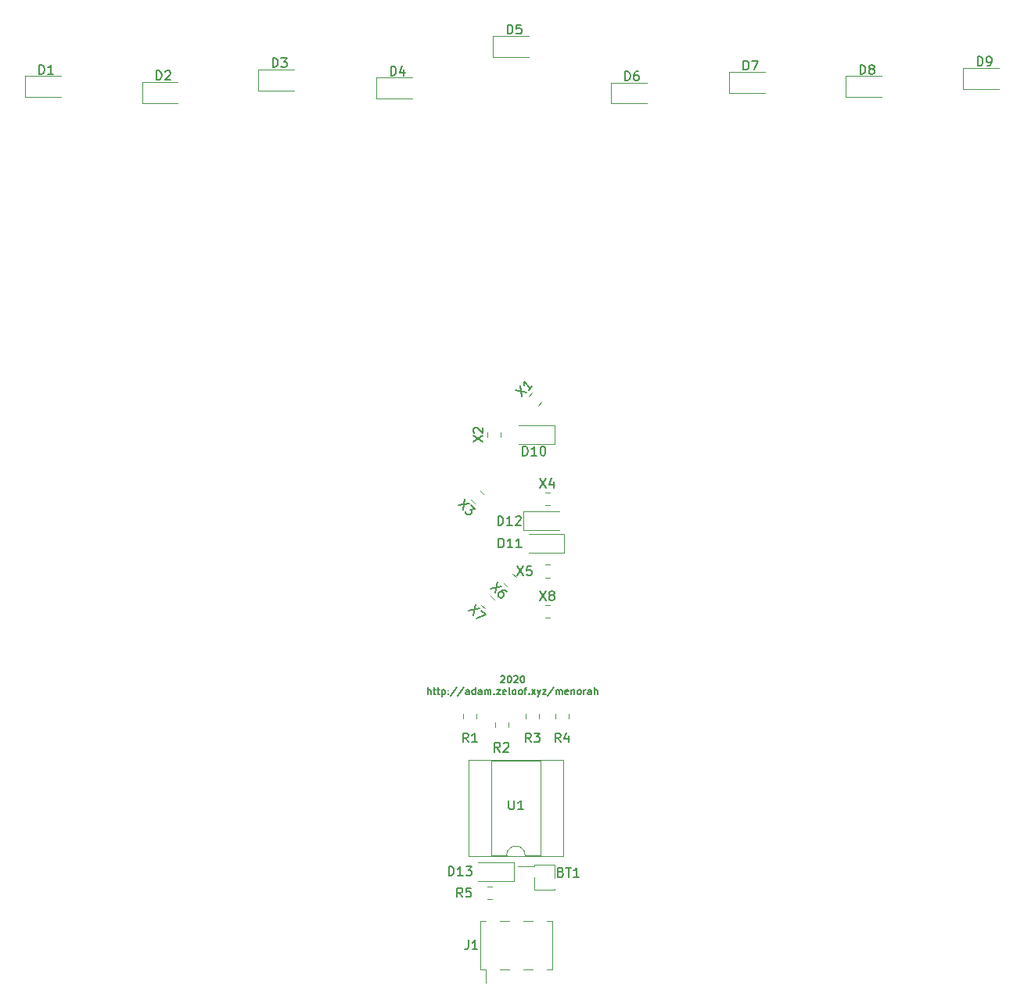
<source format=gto>
G04 #@! TF.GenerationSoftware,KiCad,Pcbnew,(5.1.4)-1*
G04 #@! TF.CreationDate,2020-11-24T15:39:13-05:00*
G04 #@! TF.ProjectId,Menorah,4d656e6f-7261-4682-9e6b-696361645f70,rev?*
G04 #@! TF.SameCoordinates,Original*
G04 #@! TF.FileFunction,Legend,Top*
G04 #@! TF.FilePolarity,Positive*
%FSLAX46Y46*%
G04 Gerber Fmt 4.6, Leading zero omitted, Abs format (unit mm)*
G04 Created by KiCad (PCBNEW (5.1.4)-1) date 2020-11-24 15:39:13*
%MOMM*%
%LPD*%
G04 APERTURE LIST*
%ADD10C,0.150000*%
%ADD11C,0.120000*%
G04 APERTURE END LIST*
D10*
X140446285Y-96432214D02*
X140482000Y-96396500D01*
X140553428Y-96360785D01*
X140732000Y-96360785D01*
X140803428Y-96396500D01*
X140839142Y-96432214D01*
X140874857Y-96503642D01*
X140874857Y-96575071D01*
X140839142Y-96682214D01*
X140410571Y-97110785D01*
X140874857Y-97110785D01*
X141339142Y-96360785D02*
X141410571Y-96360785D01*
X141482000Y-96396500D01*
X141517714Y-96432214D01*
X141553428Y-96503642D01*
X141589142Y-96646500D01*
X141589142Y-96825071D01*
X141553428Y-96967928D01*
X141517714Y-97039357D01*
X141482000Y-97075071D01*
X141410571Y-97110785D01*
X141339142Y-97110785D01*
X141267714Y-97075071D01*
X141232000Y-97039357D01*
X141196285Y-96967928D01*
X141160571Y-96825071D01*
X141160571Y-96646500D01*
X141196285Y-96503642D01*
X141232000Y-96432214D01*
X141267714Y-96396500D01*
X141339142Y-96360785D01*
X141874857Y-96432214D02*
X141910571Y-96396500D01*
X141982000Y-96360785D01*
X142160571Y-96360785D01*
X142232000Y-96396500D01*
X142267714Y-96432214D01*
X142303428Y-96503642D01*
X142303428Y-96575071D01*
X142267714Y-96682214D01*
X141839142Y-97110785D01*
X142303428Y-97110785D01*
X142767714Y-96360785D02*
X142839142Y-96360785D01*
X142910571Y-96396500D01*
X142946285Y-96432214D01*
X142982000Y-96503642D01*
X143017714Y-96646500D01*
X143017714Y-96825071D01*
X142982000Y-96967928D01*
X142946285Y-97039357D01*
X142910571Y-97075071D01*
X142839142Y-97110785D01*
X142767714Y-97110785D01*
X142696285Y-97075071D01*
X142660571Y-97039357D01*
X142624857Y-96967928D01*
X142589142Y-96825071D01*
X142589142Y-96646500D01*
X142624857Y-96503642D01*
X142660571Y-96432214D01*
X142696285Y-96396500D01*
X142767714Y-96360785D01*
X132553428Y-98385785D02*
X132553428Y-97635785D01*
X132874857Y-98385785D02*
X132874857Y-97992928D01*
X132839142Y-97921500D01*
X132767714Y-97885785D01*
X132660571Y-97885785D01*
X132589142Y-97921500D01*
X132553428Y-97957214D01*
X133124857Y-97885785D02*
X133410571Y-97885785D01*
X133231999Y-97635785D02*
X133231999Y-98278642D01*
X133267714Y-98350071D01*
X133339142Y-98385785D01*
X133410571Y-98385785D01*
X133553428Y-97885785D02*
X133839142Y-97885785D01*
X133660571Y-97635785D02*
X133660571Y-98278642D01*
X133696285Y-98350071D01*
X133767714Y-98385785D01*
X133839142Y-98385785D01*
X134089142Y-97885785D02*
X134089142Y-98635785D01*
X134089142Y-97921500D02*
X134160571Y-97885785D01*
X134303428Y-97885785D01*
X134374857Y-97921500D01*
X134410571Y-97957214D01*
X134446285Y-98028642D01*
X134446285Y-98242928D01*
X134410571Y-98314357D01*
X134374857Y-98350071D01*
X134303428Y-98385785D01*
X134160571Y-98385785D01*
X134089142Y-98350071D01*
X134767714Y-98314357D02*
X134803428Y-98350071D01*
X134767714Y-98385785D01*
X134732000Y-98350071D01*
X134767714Y-98314357D01*
X134767714Y-98385785D01*
X134767714Y-97921500D02*
X134803428Y-97957214D01*
X134767714Y-97992928D01*
X134732000Y-97957214D01*
X134767714Y-97921500D01*
X134767714Y-97992928D01*
X135660571Y-97600071D02*
X135017714Y-98564357D01*
X136446285Y-97600071D02*
X135803428Y-98564357D01*
X137017714Y-98385785D02*
X137017714Y-97992928D01*
X136982000Y-97921500D01*
X136910571Y-97885785D01*
X136767714Y-97885785D01*
X136696285Y-97921500D01*
X137017714Y-98350071D02*
X136946285Y-98385785D01*
X136767714Y-98385785D01*
X136696285Y-98350071D01*
X136660571Y-98278642D01*
X136660571Y-98207214D01*
X136696285Y-98135785D01*
X136767714Y-98100071D01*
X136946285Y-98100071D01*
X137017714Y-98064357D01*
X137696285Y-98385785D02*
X137696285Y-97635785D01*
X137696285Y-98350071D02*
X137624857Y-98385785D01*
X137482000Y-98385785D01*
X137410571Y-98350071D01*
X137374857Y-98314357D01*
X137339142Y-98242928D01*
X137339142Y-98028642D01*
X137374857Y-97957214D01*
X137410571Y-97921500D01*
X137482000Y-97885785D01*
X137624857Y-97885785D01*
X137696285Y-97921500D01*
X138374857Y-98385785D02*
X138374857Y-97992928D01*
X138339142Y-97921500D01*
X138267714Y-97885785D01*
X138124857Y-97885785D01*
X138053428Y-97921500D01*
X138374857Y-98350071D02*
X138303428Y-98385785D01*
X138124857Y-98385785D01*
X138053428Y-98350071D01*
X138017714Y-98278642D01*
X138017714Y-98207214D01*
X138053428Y-98135785D01*
X138124857Y-98100071D01*
X138303428Y-98100071D01*
X138374857Y-98064357D01*
X138732000Y-98385785D02*
X138732000Y-97885785D01*
X138732000Y-97957214D02*
X138767714Y-97921500D01*
X138839142Y-97885785D01*
X138946285Y-97885785D01*
X139017714Y-97921500D01*
X139053428Y-97992928D01*
X139053428Y-98385785D01*
X139053428Y-97992928D02*
X139089142Y-97921500D01*
X139160571Y-97885785D01*
X139267714Y-97885785D01*
X139339142Y-97921500D01*
X139374857Y-97992928D01*
X139374857Y-98385785D01*
X139732000Y-98314357D02*
X139767714Y-98350071D01*
X139732000Y-98385785D01*
X139696285Y-98350071D01*
X139732000Y-98314357D01*
X139732000Y-98385785D01*
X140017714Y-97885785D02*
X140410571Y-97885785D01*
X140017714Y-98385785D01*
X140410571Y-98385785D01*
X140982000Y-98350071D02*
X140910571Y-98385785D01*
X140767714Y-98385785D01*
X140696285Y-98350071D01*
X140660571Y-98278642D01*
X140660571Y-97992928D01*
X140696285Y-97921500D01*
X140767714Y-97885785D01*
X140910571Y-97885785D01*
X140982000Y-97921500D01*
X141017714Y-97992928D01*
X141017714Y-98064357D01*
X140660571Y-98135785D01*
X141446285Y-98385785D02*
X141374857Y-98350071D01*
X141339142Y-98278642D01*
X141339142Y-97635785D01*
X141839142Y-98385785D02*
X141767714Y-98350071D01*
X141732000Y-98314357D01*
X141696285Y-98242928D01*
X141696285Y-98028642D01*
X141732000Y-97957214D01*
X141767714Y-97921500D01*
X141839142Y-97885785D01*
X141946285Y-97885785D01*
X142017714Y-97921500D01*
X142053428Y-97957214D01*
X142089142Y-98028642D01*
X142089142Y-98242928D01*
X142053428Y-98314357D01*
X142017714Y-98350071D01*
X141946285Y-98385785D01*
X141839142Y-98385785D01*
X142517714Y-98385785D02*
X142446285Y-98350071D01*
X142410571Y-98314357D01*
X142374857Y-98242928D01*
X142374857Y-98028642D01*
X142410571Y-97957214D01*
X142446285Y-97921500D01*
X142517714Y-97885785D01*
X142624857Y-97885785D01*
X142696285Y-97921500D01*
X142732000Y-97957214D01*
X142767714Y-98028642D01*
X142767714Y-98242928D01*
X142732000Y-98314357D01*
X142696285Y-98350071D01*
X142624857Y-98385785D01*
X142517714Y-98385785D01*
X142982000Y-97885785D02*
X143267714Y-97885785D01*
X143089142Y-98385785D02*
X143089142Y-97742928D01*
X143124857Y-97671500D01*
X143196285Y-97635785D01*
X143267714Y-97635785D01*
X143517714Y-98314357D02*
X143553428Y-98350071D01*
X143517714Y-98385785D01*
X143482000Y-98350071D01*
X143517714Y-98314357D01*
X143517714Y-98385785D01*
X143803428Y-98385785D02*
X144196285Y-97885785D01*
X143803428Y-97885785D02*
X144196285Y-98385785D01*
X144410571Y-97885785D02*
X144589142Y-98385785D01*
X144767714Y-97885785D02*
X144589142Y-98385785D01*
X144517714Y-98564357D01*
X144482000Y-98600071D01*
X144410571Y-98635785D01*
X144982000Y-97885785D02*
X145374857Y-97885785D01*
X144982000Y-98385785D01*
X145374857Y-98385785D01*
X146196285Y-97600071D02*
X145553428Y-98564357D01*
X146446285Y-98385785D02*
X146446285Y-97885785D01*
X146446285Y-97957214D02*
X146482000Y-97921500D01*
X146553428Y-97885785D01*
X146660571Y-97885785D01*
X146732000Y-97921500D01*
X146767714Y-97992928D01*
X146767714Y-98385785D01*
X146767714Y-97992928D02*
X146803428Y-97921500D01*
X146874857Y-97885785D01*
X146982000Y-97885785D01*
X147053428Y-97921500D01*
X147089142Y-97992928D01*
X147089142Y-98385785D01*
X147732000Y-98350071D02*
X147660571Y-98385785D01*
X147517714Y-98385785D01*
X147446285Y-98350071D01*
X147410571Y-98278642D01*
X147410571Y-97992928D01*
X147446285Y-97921500D01*
X147517714Y-97885785D01*
X147660571Y-97885785D01*
X147732000Y-97921500D01*
X147767714Y-97992928D01*
X147767714Y-98064357D01*
X147410571Y-98135785D01*
X148089142Y-97885785D02*
X148089142Y-98385785D01*
X148089142Y-97957214D02*
X148124857Y-97921500D01*
X148196285Y-97885785D01*
X148303428Y-97885785D01*
X148374857Y-97921500D01*
X148410571Y-97992928D01*
X148410571Y-98385785D01*
X148874857Y-98385785D02*
X148803428Y-98350071D01*
X148767714Y-98314357D01*
X148732000Y-98242928D01*
X148732000Y-98028642D01*
X148767714Y-97957214D01*
X148803428Y-97921500D01*
X148874857Y-97885785D01*
X148982000Y-97885785D01*
X149053428Y-97921500D01*
X149089142Y-97957214D01*
X149124857Y-98028642D01*
X149124857Y-98242928D01*
X149089142Y-98314357D01*
X149053428Y-98350071D01*
X148982000Y-98385785D01*
X148874857Y-98385785D01*
X149446285Y-98385785D02*
X149446285Y-97885785D01*
X149446285Y-98028642D02*
X149482000Y-97957214D01*
X149517714Y-97921500D01*
X149589142Y-97885785D01*
X149660571Y-97885785D01*
X150232000Y-98385785D02*
X150232000Y-97992928D01*
X150196285Y-97921500D01*
X150124857Y-97885785D01*
X149982000Y-97885785D01*
X149910571Y-97921500D01*
X150232000Y-98350071D02*
X150160571Y-98385785D01*
X149982000Y-98385785D01*
X149910571Y-98350071D01*
X149874857Y-98278642D01*
X149874857Y-98207214D01*
X149910571Y-98135785D01*
X149982000Y-98100071D01*
X150160571Y-98100071D01*
X150232000Y-98064357D01*
X150589142Y-98385785D02*
X150589142Y-97635785D01*
X150910571Y-98385785D02*
X150910571Y-97992928D01*
X150874857Y-97921500D01*
X150803428Y-97885785D01*
X150696285Y-97885785D01*
X150624857Y-97921500D01*
X150589142Y-97957214D01*
D11*
X141107996Y-86689288D02*
X140742312Y-86323604D01*
X142112088Y-85685196D02*
X141746404Y-85319512D01*
X145232622Y-88698000D02*
X145749778Y-88698000D01*
X145232622Y-90118000D02*
X145749778Y-90118000D01*
X138720396Y-89102288D02*
X138354712Y-88736604D01*
X139724488Y-88098196D02*
X139358804Y-87732512D01*
X137602796Y-77697688D02*
X137237112Y-77332004D01*
X138606888Y-76693596D02*
X138241204Y-76327912D01*
X145232622Y-76506000D02*
X145749778Y-76506000D01*
X145232622Y-77926000D02*
X145749778Y-77926000D01*
X138990000Y-70514978D02*
X138990000Y-69997822D01*
X140410000Y-70514978D02*
X140410000Y-69997822D01*
X143485512Y-66101796D02*
X143851196Y-65736112D01*
X144489604Y-67105888D02*
X144855288Y-66740204D01*
X145749778Y-85774600D02*
X145232622Y-85774600D01*
X145749778Y-84354600D02*
X145232622Y-84354600D01*
X137819200Y-100528622D02*
X137819200Y-101045778D01*
X136399200Y-100528622D02*
X136399200Y-101045778D01*
X138268400Y-128152200D02*
X138268400Y-122952200D01*
X146008400Y-128152200D02*
X146008400Y-122952200D01*
X138838400Y-129592200D02*
X138838400Y-128152200D01*
X138268400Y-128152200D02*
X138838400Y-128152200D01*
X138268400Y-122952200D02*
X138838400Y-122952200D01*
X145438400Y-128152200D02*
X146008400Y-128152200D01*
X145438400Y-122952200D02*
X146008400Y-122952200D01*
X140358400Y-128152200D02*
X141378400Y-128152200D01*
X140358400Y-122952200D02*
X141378400Y-122952200D01*
X142898400Y-128152200D02*
X143918400Y-128152200D01*
X142898400Y-122952200D02*
X143918400Y-122952200D01*
X143087600Y-115833200D02*
X144737600Y-115833200D01*
X144737600Y-115833200D02*
X144737600Y-105553200D01*
X144737600Y-105553200D02*
X139437600Y-105553200D01*
X139437600Y-105553200D02*
X139437600Y-115833200D01*
X139437600Y-115833200D02*
X141087600Y-115833200D01*
X147227600Y-115893200D02*
X147227600Y-105493200D01*
X147227600Y-105493200D02*
X136947600Y-105493200D01*
X136947600Y-105493200D02*
X136947600Y-115893200D01*
X136947600Y-115893200D02*
X147227600Y-115893200D01*
X141087600Y-115833200D02*
G75*
G02X143087600Y-115833200I1000000J0D01*
G01*
X139475978Y-120598000D02*
X138958822Y-120598000D01*
X139475978Y-119178000D02*
X138958822Y-119178000D01*
X147801400Y-100503222D02*
X147801400Y-101020378D01*
X146381400Y-100503222D02*
X146381400Y-101020378D01*
X144601000Y-100503222D02*
X144601000Y-101020378D01*
X143181000Y-100503222D02*
X143181000Y-101020378D01*
X141273600Y-101443022D02*
X141273600Y-101960178D01*
X139853600Y-101443022D02*
X139853600Y-101960178D01*
X141874600Y-118576600D02*
X141874600Y-116576600D01*
X141874600Y-116576600D02*
X138024600Y-116576600D01*
X141874600Y-118576600D02*
X138024600Y-118576600D01*
X142910200Y-78603600D02*
X142910200Y-80603600D01*
X142910200Y-80603600D02*
X146760200Y-80603600D01*
X142910200Y-78603600D02*
X146760200Y-78603600D01*
X147310200Y-83067400D02*
X147310200Y-81067400D01*
X147310200Y-81067400D02*
X143460200Y-81067400D01*
X147310200Y-83067400D02*
X143460200Y-83067400D01*
X146243400Y-71256400D02*
X146243400Y-69256400D01*
X146243400Y-69256400D02*
X142393400Y-69256400D01*
X146243400Y-71256400D02*
X142393400Y-71256400D01*
X194386000Y-30564200D02*
X190501000Y-30564200D01*
X190501000Y-30564200D02*
X190501000Y-32834200D01*
X190501000Y-32834200D02*
X194386000Y-32834200D01*
X181686000Y-31453200D02*
X177801000Y-31453200D01*
X177801000Y-31453200D02*
X177801000Y-33723200D01*
X177801000Y-33723200D02*
X181686000Y-33723200D01*
X169062200Y-30996000D02*
X165177200Y-30996000D01*
X165177200Y-30996000D02*
X165177200Y-33266000D01*
X165177200Y-33266000D02*
X169062200Y-33266000D01*
X156235200Y-32139000D02*
X152350200Y-32139000D01*
X152350200Y-32139000D02*
X152350200Y-34409000D01*
X152350200Y-34409000D02*
X156235200Y-34409000D01*
X143509800Y-27109800D02*
X139624800Y-27109800D01*
X139624800Y-27109800D02*
X139624800Y-29379800D01*
X139624800Y-29379800D02*
X143509800Y-29379800D01*
X130886000Y-31605600D02*
X127001000Y-31605600D01*
X127001000Y-31605600D02*
X127001000Y-33875600D01*
X127001000Y-33875600D02*
X130886000Y-33875600D01*
X118109800Y-30716600D02*
X114224800Y-30716600D01*
X114224800Y-30716600D02*
X114224800Y-32986600D01*
X114224800Y-32986600D02*
X118109800Y-32986600D01*
X105511400Y-32088200D02*
X101626400Y-32088200D01*
X101626400Y-32088200D02*
X101626400Y-34358200D01*
X101626400Y-34358200D02*
X105511400Y-34358200D01*
X92836800Y-31453200D02*
X88951800Y-31453200D01*
X88951800Y-31453200D02*
X88951800Y-33723200D01*
X88951800Y-33723200D02*
X92836800Y-33723200D01*
X144101800Y-116881600D02*
X146321800Y-116881600D01*
X144101800Y-119541600D02*
X146321800Y-119541600D01*
X146321800Y-116891600D02*
X146321800Y-118261600D01*
X144101800Y-116991600D02*
X142271800Y-116991600D01*
X144101800Y-116881600D02*
X144101800Y-116991600D01*
X146321800Y-119431600D02*
X146321800Y-119541600D01*
X144101800Y-118161600D02*
X144101800Y-119531600D01*
D10*
X140075279Y-86211481D02*
X139839577Y-87389992D01*
X140546683Y-86682885D02*
X139368172Y-86918587D01*
X141119103Y-87255305D02*
X140984416Y-87120618D01*
X140883401Y-87086946D01*
X140816057Y-87086946D01*
X140647699Y-87120618D01*
X140479340Y-87221633D01*
X140209966Y-87491007D01*
X140176294Y-87592022D01*
X140176294Y-87659366D01*
X140209966Y-87760381D01*
X140344653Y-87895068D01*
X140445668Y-87928740D01*
X140513012Y-87928740D01*
X140614027Y-87895068D01*
X140782386Y-87726709D01*
X140816057Y-87625694D01*
X140816057Y-87558351D01*
X140782386Y-87457335D01*
X140647699Y-87322648D01*
X140546683Y-87288977D01*
X140479340Y-87288977D01*
X140378325Y-87322648D01*
X144681676Y-87210380D02*
X145348342Y-88210380D01*
X145348342Y-87210380D02*
X144681676Y-88210380D01*
X145872152Y-87638952D02*
X145776914Y-87591333D01*
X145729295Y-87543714D01*
X145681676Y-87448476D01*
X145681676Y-87400857D01*
X145729295Y-87305619D01*
X145776914Y-87258000D01*
X145872152Y-87210380D01*
X146062628Y-87210380D01*
X146157866Y-87258000D01*
X146205485Y-87305619D01*
X146253104Y-87400857D01*
X146253104Y-87448476D01*
X146205485Y-87543714D01*
X146157866Y-87591333D01*
X146062628Y-87638952D01*
X145872152Y-87638952D01*
X145776914Y-87686571D01*
X145729295Y-87734190D01*
X145681676Y-87829428D01*
X145681676Y-88019904D01*
X145729295Y-88115142D01*
X145776914Y-88162761D01*
X145872152Y-88210380D01*
X146062628Y-88210380D01*
X146157866Y-88162761D01*
X146205485Y-88115142D01*
X146253104Y-88019904D01*
X146253104Y-87829428D01*
X146205485Y-87734190D01*
X146157866Y-87686571D01*
X146062628Y-87638952D01*
X137687679Y-88624481D02*
X137451977Y-89802992D01*
X138159083Y-89095885D02*
X136980572Y-89331587D01*
X138361114Y-89297916D02*
X138832518Y-89769320D01*
X137822366Y-90173381D01*
X136570079Y-77219881D02*
X136334377Y-78398392D01*
X137041483Y-77691285D02*
X135862972Y-77926987D01*
X137243514Y-77893316D02*
X137681247Y-78331048D01*
X137176170Y-78364720D01*
X137277186Y-78465735D01*
X137310857Y-78566751D01*
X137310857Y-78634094D01*
X137277186Y-78735109D01*
X137108827Y-78903468D01*
X137007812Y-78937140D01*
X136940468Y-78937140D01*
X136839453Y-78903468D01*
X136637422Y-78701438D01*
X136603751Y-78600422D01*
X136603751Y-78533079D01*
X144681676Y-75018380D02*
X145348342Y-76018380D01*
X145348342Y-75018380D02*
X144681676Y-76018380D01*
X146157866Y-75351714D02*
X146157866Y-76018380D01*
X145919771Y-74970761D02*
X145681676Y-75685047D01*
X146300723Y-75685047D01*
X137502380Y-71065923D02*
X138502380Y-70399257D01*
X137502380Y-70399257D02*
X138502380Y-71065923D01*
X137597619Y-70065923D02*
X137550000Y-70018304D01*
X137502380Y-69923066D01*
X137502380Y-69684971D01*
X137550000Y-69589733D01*
X137597619Y-69542114D01*
X137692857Y-69494495D01*
X137788095Y-69494495D01*
X137930952Y-69542114D01*
X138502380Y-70113542D01*
X138502380Y-69494495D01*
X142044029Y-65439468D02*
X143222540Y-65675170D01*
X142515433Y-64968064D02*
X142751135Y-66146575D01*
X143862303Y-65035407D02*
X143458242Y-65439468D01*
X143660273Y-65237438D02*
X142953166Y-64530331D01*
X142986838Y-64698690D01*
X142986838Y-64833377D01*
X142953166Y-64934392D01*
X142243276Y-84511900D02*
X142909942Y-85511900D01*
X142909942Y-84511900D02*
X142243276Y-85511900D01*
X143767085Y-84511900D02*
X143290895Y-84511900D01*
X143243276Y-84988091D01*
X143290895Y-84940472D01*
X143386133Y-84892853D01*
X143624228Y-84892853D01*
X143719466Y-84940472D01*
X143767085Y-84988091D01*
X143814704Y-85083329D01*
X143814704Y-85321424D01*
X143767085Y-85416662D01*
X143719466Y-85464281D01*
X143624228Y-85511900D01*
X143386133Y-85511900D01*
X143290895Y-85464281D01*
X143243276Y-85416662D01*
X136942533Y-103576380D02*
X136609200Y-103100190D01*
X136371104Y-103576380D02*
X136371104Y-102576380D01*
X136752057Y-102576380D01*
X136847295Y-102624000D01*
X136894914Y-102671619D01*
X136942533Y-102766857D01*
X136942533Y-102909714D01*
X136894914Y-103004952D01*
X136847295Y-103052571D01*
X136752057Y-103100190D01*
X136371104Y-103100190D01*
X137894914Y-103576380D02*
X137323485Y-103576380D01*
X137609200Y-103576380D02*
X137609200Y-102576380D01*
X137513961Y-102719238D01*
X137418723Y-102814476D01*
X137323485Y-102862095D01*
X136935066Y-125004580D02*
X136935066Y-125718866D01*
X136887447Y-125861723D01*
X136792209Y-125956961D01*
X136649352Y-126004580D01*
X136554114Y-126004580D01*
X137935066Y-126004580D02*
X137363638Y-126004580D01*
X137649352Y-126004580D02*
X137649352Y-125004580D01*
X137554114Y-125147438D01*
X137458876Y-125242676D01*
X137363638Y-125290295D01*
X141325695Y-109866180D02*
X141325695Y-110675704D01*
X141373314Y-110770942D01*
X141420933Y-110818561D01*
X141516171Y-110866180D01*
X141706647Y-110866180D01*
X141801885Y-110818561D01*
X141849504Y-110770942D01*
X141897123Y-110675704D01*
X141897123Y-109866180D01*
X142897123Y-110866180D02*
X142325695Y-110866180D01*
X142611409Y-110866180D02*
X142611409Y-109866180D01*
X142516171Y-110009038D01*
X142420933Y-110104276D01*
X142325695Y-110151895D01*
X136307533Y-120340380D02*
X135974200Y-119864190D01*
X135736104Y-120340380D02*
X135736104Y-119340380D01*
X136117057Y-119340380D01*
X136212295Y-119388000D01*
X136259914Y-119435619D01*
X136307533Y-119530857D01*
X136307533Y-119673714D01*
X136259914Y-119768952D01*
X136212295Y-119816571D01*
X136117057Y-119864190D01*
X135736104Y-119864190D01*
X137212295Y-119340380D02*
X136736104Y-119340380D01*
X136688485Y-119816571D01*
X136736104Y-119768952D01*
X136831342Y-119721333D01*
X137069438Y-119721333D01*
X137164676Y-119768952D01*
X137212295Y-119816571D01*
X137259914Y-119911809D01*
X137259914Y-120149904D01*
X137212295Y-120245142D01*
X137164676Y-120292761D01*
X137069438Y-120340380D01*
X136831342Y-120340380D01*
X136736104Y-120292761D01*
X136688485Y-120245142D01*
X146924733Y-103576380D02*
X146591400Y-103100190D01*
X146353304Y-103576380D02*
X146353304Y-102576380D01*
X146734257Y-102576380D01*
X146829495Y-102624000D01*
X146877114Y-102671619D01*
X146924733Y-102766857D01*
X146924733Y-102909714D01*
X146877114Y-103004952D01*
X146829495Y-103052571D01*
X146734257Y-103100190D01*
X146353304Y-103100190D01*
X147781876Y-102909714D02*
X147781876Y-103576380D01*
X147543780Y-102528761D02*
X147305685Y-103243047D01*
X147924733Y-103243047D01*
X143724333Y-103576380D02*
X143391000Y-103100190D01*
X143152904Y-103576380D02*
X143152904Y-102576380D01*
X143533857Y-102576380D01*
X143629095Y-102624000D01*
X143676714Y-102671619D01*
X143724333Y-102766857D01*
X143724333Y-102909714D01*
X143676714Y-103004952D01*
X143629095Y-103052571D01*
X143533857Y-103100190D01*
X143152904Y-103100190D01*
X144057666Y-102576380D02*
X144676714Y-102576380D01*
X144343380Y-102957333D01*
X144486238Y-102957333D01*
X144581476Y-103004952D01*
X144629095Y-103052571D01*
X144676714Y-103147809D01*
X144676714Y-103385904D01*
X144629095Y-103481142D01*
X144581476Y-103528761D01*
X144486238Y-103576380D01*
X144200523Y-103576380D01*
X144105285Y-103528761D01*
X144057666Y-103481142D01*
X140371533Y-104617780D02*
X140038200Y-104141590D01*
X139800104Y-104617780D02*
X139800104Y-103617780D01*
X140181057Y-103617780D01*
X140276295Y-103665400D01*
X140323914Y-103713019D01*
X140371533Y-103808257D01*
X140371533Y-103951114D01*
X140323914Y-104046352D01*
X140276295Y-104093971D01*
X140181057Y-104141590D01*
X139800104Y-104141590D01*
X140752485Y-103713019D02*
X140800104Y-103665400D01*
X140895342Y-103617780D01*
X141133438Y-103617780D01*
X141228676Y-103665400D01*
X141276295Y-103713019D01*
X141323914Y-103808257D01*
X141323914Y-103903495D01*
X141276295Y-104046352D01*
X140704866Y-104617780D01*
X141323914Y-104617780D01*
X134828114Y-118028980D02*
X134828114Y-117028980D01*
X135066209Y-117028980D01*
X135209066Y-117076600D01*
X135304304Y-117171838D01*
X135351923Y-117267076D01*
X135399542Y-117457552D01*
X135399542Y-117600409D01*
X135351923Y-117790885D01*
X135304304Y-117886123D01*
X135209066Y-117981361D01*
X135066209Y-118028980D01*
X134828114Y-118028980D01*
X136351923Y-118028980D02*
X135780495Y-118028980D01*
X136066209Y-118028980D02*
X136066209Y-117028980D01*
X135970971Y-117171838D01*
X135875733Y-117267076D01*
X135780495Y-117314695D01*
X136685257Y-117028980D02*
X137304304Y-117028980D01*
X136970971Y-117409933D01*
X137113828Y-117409933D01*
X137209066Y-117457552D01*
X137256685Y-117505171D01*
X137304304Y-117600409D01*
X137304304Y-117838504D01*
X137256685Y-117933742D01*
X137209066Y-117981361D01*
X137113828Y-118028980D01*
X136828114Y-118028980D01*
X136732876Y-117981361D01*
X136685257Y-117933742D01*
X140162114Y-80081380D02*
X140162114Y-79081380D01*
X140400209Y-79081380D01*
X140543066Y-79129000D01*
X140638304Y-79224238D01*
X140685923Y-79319476D01*
X140733542Y-79509952D01*
X140733542Y-79652809D01*
X140685923Y-79843285D01*
X140638304Y-79938523D01*
X140543066Y-80033761D01*
X140400209Y-80081380D01*
X140162114Y-80081380D01*
X141685923Y-80081380D02*
X141114495Y-80081380D01*
X141400209Y-80081380D02*
X141400209Y-79081380D01*
X141304971Y-79224238D01*
X141209733Y-79319476D01*
X141114495Y-79367095D01*
X142066876Y-79176619D02*
X142114495Y-79129000D01*
X142209733Y-79081380D01*
X142447828Y-79081380D01*
X142543066Y-79129000D01*
X142590685Y-79176619D01*
X142638304Y-79271857D01*
X142638304Y-79367095D01*
X142590685Y-79509952D01*
X142019257Y-80081380D01*
X142638304Y-80081380D01*
X140212914Y-82494380D02*
X140212914Y-81494380D01*
X140451009Y-81494380D01*
X140593866Y-81542000D01*
X140689104Y-81637238D01*
X140736723Y-81732476D01*
X140784342Y-81922952D01*
X140784342Y-82065809D01*
X140736723Y-82256285D01*
X140689104Y-82351523D01*
X140593866Y-82446761D01*
X140451009Y-82494380D01*
X140212914Y-82494380D01*
X141736723Y-82494380D02*
X141165295Y-82494380D01*
X141451009Y-82494380D02*
X141451009Y-81494380D01*
X141355771Y-81637238D01*
X141260533Y-81732476D01*
X141165295Y-81780095D01*
X142689104Y-82494380D02*
X142117676Y-82494380D01*
X142403390Y-82494380D02*
X142403390Y-81494380D01*
X142308152Y-81637238D01*
X142212914Y-81732476D01*
X142117676Y-81780095D01*
X142829114Y-72537580D02*
X142829114Y-71537580D01*
X143067209Y-71537580D01*
X143210066Y-71585200D01*
X143305304Y-71680438D01*
X143352923Y-71775676D01*
X143400542Y-71966152D01*
X143400542Y-72109009D01*
X143352923Y-72299485D01*
X143305304Y-72394723D01*
X143210066Y-72489961D01*
X143067209Y-72537580D01*
X142829114Y-72537580D01*
X144352923Y-72537580D02*
X143781495Y-72537580D01*
X144067209Y-72537580D02*
X144067209Y-71537580D01*
X143971971Y-71680438D01*
X143876733Y-71775676D01*
X143781495Y-71823295D01*
X144971971Y-71537580D02*
X145067209Y-71537580D01*
X145162447Y-71585200D01*
X145210066Y-71632819D01*
X145257685Y-71728057D01*
X145305304Y-71918533D01*
X145305304Y-72156628D01*
X145257685Y-72347104D01*
X145210066Y-72442342D01*
X145162447Y-72489961D01*
X145067209Y-72537580D01*
X144971971Y-72537580D01*
X144876733Y-72489961D01*
X144829114Y-72442342D01*
X144781495Y-72347104D01*
X144733876Y-72156628D01*
X144733876Y-71918533D01*
X144781495Y-71728057D01*
X144829114Y-71632819D01*
X144876733Y-71585200D01*
X144971971Y-71537580D01*
X192047904Y-30331580D02*
X192047904Y-29331580D01*
X192286000Y-29331580D01*
X192428857Y-29379200D01*
X192524095Y-29474438D01*
X192571714Y-29569676D01*
X192619333Y-29760152D01*
X192619333Y-29903009D01*
X192571714Y-30093485D01*
X192524095Y-30188723D01*
X192428857Y-30283961D01*
X192286000Y-30331580D01*
X192047904Y-30331580D01*
X193095523Y-30331580D02*
X193286000Y-30331580D01*
X193381238Y-30283961D01*
X193428857Y-30236342D01*
X193524095Y-30093485D01*
X193571714Y-29903009D01*
X193571714Y-29522057D01*
X193524095Y-29426819D01*
X193476476Y-29379200D01*
X193381238Y-29331580D01*
X193190761Y-29331580D01*
X193095523Y-29379200D01*
X193047904Y-29426819D01*
X193000285Y-29522057D01*
X193000285Y-29760152D01*
X193047904Y-29855390D01*
X193095523Y-29903009D01*
X193190761Y-29950628D01*
X193381238Y-29950628D01*
X193476476Y-29903009D01*
X193524095Y-29855390D01*
X193571714Y-29760152D01*
X179347904Y-31220580D02*
X179347904Y-30220580D01*
X179586000Y-30220580D01*
X179728857Y-30268200D01*
X179824095Y-30363438D01*
X179871714Y-30458676D01*
X179919333Y-30649152D01*
X179919333Y-30792009D01*
X179871714Y-30982485D01*
X179824095Y-31077723D01*
X179728857Y-31172961D01*
X179586000Y-31220580D01*
X179347904Y-31220580D01*
X180490761Y-30649152D02*
X180395523Y-30601533D01*
X180347904Y-30553914D01*
X180300285Y-30458676D01*
X180300285Y-30411057D01*
X180347904Y-30315819D01*
X180395523Y-30268200D01*
X180490761Y-30220580D01*
X180681238Y-30220580D01*
X180776476Y-30268200D01*
X180824095Y-30315819D01*
X180871714Y-30411057D01*
X180871714Y-30458676D01*
X180824095Y-30553914D01*
X180776476Y-30601533D01*
X180681238Y-30649152D01*
X180490761Y-30649152D01*
X180395523Y-30696771D01*
X180347904Y-30744390D01*
X180300285Y-30839628D01*
X180300285Y-31030104D01*
X180347904Y-31125342D01*
X180395523Y-31172961D01*
X180490761Y-31220580D01*
X180681238Y-31220580D01*
X180776476Y-31172961D01*
X180824095Y-31125342D01*
X180871714Y-31030104D01*
X180871714Y-30839628D01*
X180824095Y-30744390D01*
X180776476Y-30696771D01*
X180681238Y-30649152D01*
X166724104Y-30763380D02*
X166724104Y-29763380D01*
X166962200Y-29763380D01*
X167105057Y-29811000D01*
X167200295Y-29906238D01*
X167247914Y-30001476D01*
X167295533Y-30191952D01*
X167295533Y-30334809D01*
X167247914Y-30525285D01*
X167200295Y-30620523D01*
X167105057Y-30715761D01*
X166962200Y-30763380D01*
X166724104Y-30763380D01*
X167628866Y-29763380D02*
X168295533Y-29763380D01*
X167866961Y-30763380D01*
X153897104Y-31906380D02*
X153897104Y-30906380D01*
X154135200Y-30906380D01*
X154278057Y-30954000D01*
X154373295Y-31049238D01*
X154420914Y-31144476D01*
X154468533Y-31334952D01*
X154468533Y-31477809D01*
X154420914Y-31668285D01*
X154373295Y-31763523D01*
X154278057Y-31858761D01*
X154135200Y-31906380D01*
X153897104Y-31906380D01*
X155325676Y-30906380D02*
X155135200Y-30906380D01*
X155039961Y-30954000D01*
X154992342Y-31001619D01*
X154897104Y-31144476D01*
X154849485Y-31334952D01*
X154849485Y-31715904D01*
X154897104Y-31811142D01*
X154944723Y-31858761D01*
X155039961Y-31906380D01*
X155230438Y-31906380D01*
X155325676Y-31858761D01*
X155373295Y-31811142D01*
X155420914Y-31715904D01*
X155420914Y-31477809D01*
X155373295Y-31382571D01*
X155325676Y-31334952D01*
X155230438Y-31287333D01*
X155039961Y-31287333D01*
X154944723Y-31334952D01*
X154897104Y-31382571D01*
X154849485Y-31477809D01*
X141171704Y-26877180D02*
X141171704Y-25877180D01*
X141409800Y-25877180D01*
X141552657Y-25924800D01*
X141647895Y-26020038D01*
X141695514Y-26115276D01*
X141743133Y-26305752D01*
X141743133Y-26448609D01*
X141695514Y-26639085D01*
X141647895Y-26734323D01*
X141552657Y-26829561D01*
X141409800Y-26877180D01*
X141171704Y-26877180D01*
X142647895Y-25877180D02*
X142171704Y-25877180D01*
X142124085Y-26353371D01*
X142171704Y-26305752D01*
X142266942Y-26258133D01*
X142505038Y-26258133D01*
X142600276Y-26305752D01*
X142647895Y-26353371D01*
X142695514Y-26448609D01*
X142695514Y-26686704D01*
X142647895Y-26781942D01*
X142600276Y-26829561D01*
X142505038Y-26877180D01*
X142266942Y-26877180D01*
X142171704Y-26829561D01*
X142124085Y-26781942D01*
X128547904Y-31372980D02*
X128547904Y-30372980D01*
X128786000Y-30372980D01*
X128928857Y-30420600D01*
X129024095Y-30515838D01*
X129071714Y-30611076D01*
X129119333Y-30801552D01*
X129119333Y-30944409D01*
X129071714Y-31134885D01*
X129024095Y-31230123D01*
X128928857Y-31325361D01*
X128786000Y-31372980D01*
X128547904Y-31372980D01*
X129976476Y-30706314D02*
X129976476Y-31372980D01*
X129738380Y-30325361D02*
X129500285Y-31039647D01*
X130119333Y-31039647D01*
X115771704Y-30483980D02*
X115771704Y-29483980D01*
X116009800Y-29483980D01*
X116152657Y-29531600D01*
X116247895Y-29626838D01*
X116295514Y-29722076D01*
X116343133Y-29912552D01*
X116343133Y-30055409D01*
X116295514Y-30245885D01*
X116247895Y-30341123D01*
X116152657Y-30436361D01*
X116009800Y-30483980D01*
X115771704Y-30483980D01*
X116676466Y-29483980D02*
X117295514Y-29483980D01*
X116962180Y-29864933D01*
X117105038Y-29864933D01*
X117200276Y-29912552D01*
X117247895Y-29960171D01*
X117295514Y-30055409D01*
X117295514Y-30293504D01*
X117247895Y-30388742D01*
X117200276Y-30436361D01*
X117105038Y-30483980D01*
X116819323Y-30483980D01*
X116724085Y-30436361D01*
X116676466Y-30388742D01*
X103173304Y-31855580D02*
X103173304Y-30855580D01*
X103411400Y-30855580D01*
X103554257Y-30903200D01*
X103649495Y-30998438D01*
X103697114Y-31093676D01*
X103744733Y-31284152D01*
X103744733Y-31427009D01*
X103697114Y-31617485D01*
X103649495Y-31712723D01*
X103554257Y-31807961D01*
X103411400Y-31855580D01*
X103173304Y-31855580D01*
X104125685Y-30950819D02*
X104173304Y-30903200D01*
X104268542Y-30855580D01*
X104506638Y-30855580D01*
X104601876Y-30903200D01*
X104649495Y-30950819D01*
X104697114Y-31046057D01*
X104697114Y-31141295D01*
X104649495Y-31284152D01*
X104078066Y-31855580D01*
X104697114Y-31855580D01*
X90498704Y-31220580D02*
X90498704Y-30220580D01*
X90736800Y-30220580D01*
X90879657Y-30268200D01*
X90974895Y-30363438D01*
X91022514Y-30458676D01*
X91070133Y-30649152D01*
X91070133Y-30792009D01*
X91022514Y-30982485D01*
X90974895Y-31077723D01*
X90879657Y-31172961D01*
X90736800Y-31220580D01*
X90498704Y-31220580D01*
X92022514Y-31220580D02*
X91451085Y-31220580D01*
X91736800Y-31220580D02*
X91736800Y-30220580D01*
X91641561Y-30363438D01*
X91546323Y-30458676D01*
X91451085Y-30506295D01*
X146966085Y-117632171D02*
X147108942Y-117679790D01*
X147156561Y-117727409D01*
X147204180Y-117822647D01*
X147204180Y-117965504D01*
X147156561Y-118060742D01*
X147108942Y-118108361D01*
X147013704Y-118155980D01*
X146632752Y-118155980D01*
X146632752Y-117155980D01*
X146966085Y-117155980D01*
X147061323Y-117203600D01*
X147108942Y-117251219D01*
X147156561Y-117346457D01*
X147156561Y-117441695D01*
X147108942Y-117536933D01*
X147061323Y-117584552D01*
X146966085Y-117632171D01*
X146632752Y-117632171D01*
X147489895Y-117155980D02*
X148061323Y-117155980D01*
X147775609Y-118155980D02*
X147775609Y-117155980D01*
X148918466Y-118155980D02*
X148347038Y-118155980D01*
X148632752Y-118155980D02*
X148632752Y-117155980D01*
X148537514Y-117298838D01*
X148442276Y-117394076D01*
X148347038Y-117441695D01*
M02*

</source>
